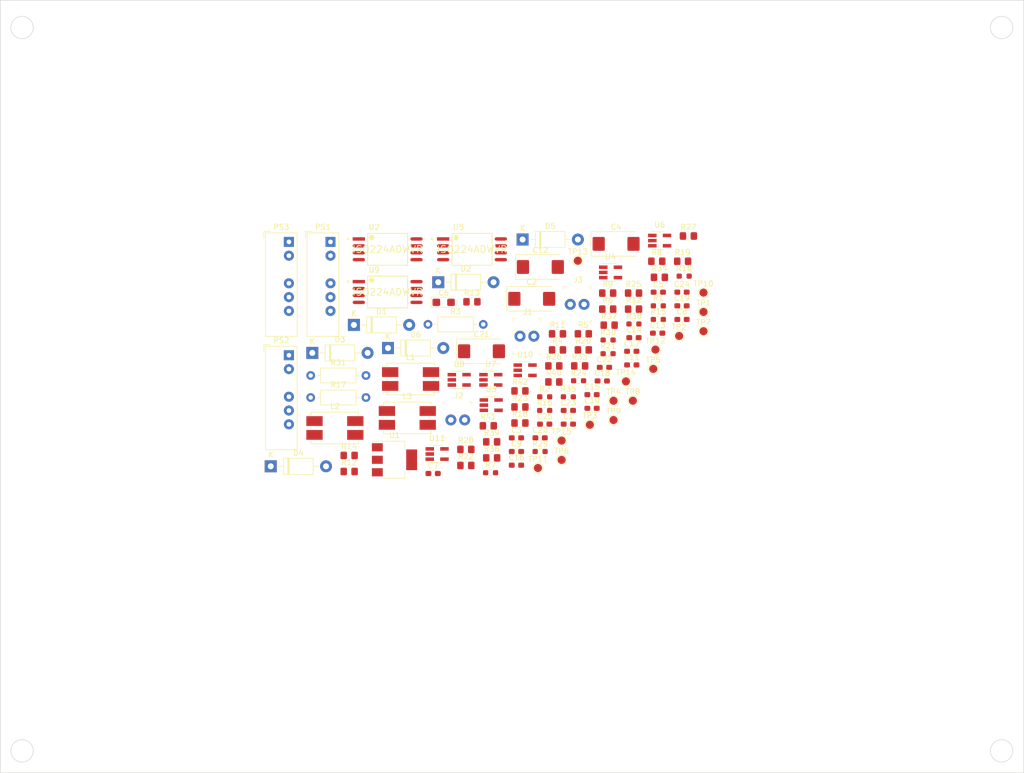
<source format=kicad_pcb>
(kicad_pcb (version 20171130) (host pcbnew 5.1.10-88a1d61d58~88~ubuntu20.04.1)
  (layers (0 F.Cu signal) (31 B.Cu signal) (34 B.Paste user) (35 F.Paste user) (36 B.SilkS user) (37 F.SilkS user) (38 B.Mask user) (39 F.Mask user) (44 Edge.Cuts user))
  (net 0 "")
  (net 1 GNDREF)
  (net 2 +24V)
  (net 3 "Net-(C3-Pad2)")
  (net 4 "Net-(C3-Pad1)")
  (net 5 +5V_Analog)
  (net 6 "Net-(C7-Pad1)")
  (net 7 "Net-(C8-Pad1)")
  (net 8 /ADC1_P)
  (net 9 "Net-(C11-Pad1)")
  (net 10 "Net-(C11-Pad2)")
  (net 11 "Net-(C14-Pad1)")
  (net 12 "Net-(C15-Pad1)")
  (net 13 /ADC2_P)
  (net 14 /Ref_1,65V)
  (net 15 "Net-(C20-Pad1)")
  (net 16 "Net-(C20-Pad2)")
  (net 17 "Net-(C23-Pad1)")
  (net 18 "Net-(C24-Pad1)")
  (net 19 /ADC3_P)
  (net 20 "Net-(D1-Pad1)")
  (net 21 "Net-(D3-Pad1)")
  (net 22 "Net-(D5-Pad1)")
  (net 23 "Net-(J1-Pad1)")
  (net 24 "Net-(J1-Pad2)")
  (net 25 "Net-(J2-Pad1)")
  (net 26 "Net-(J2-Pad2)")
  (net 27 "Net-(J3-Pad2)")
  (net 28 "Net-(J3-Pad1)")
  (net 29 "Net-(L1-Pad2)")
  (net 30 "Net-(L2-Pad2)")
  (net 31 "Net-(L3-Pad2)")
  (net 32 "Net-(PS1-Pad5)")
  (net 33 "Net-(PS2-Pad5)")
  (net 34 "Net-(PS3-Pad5)")
  (net 35 "Net-(R1-Pad1)")
  (net 36 "Net-(R1-Pad2)")
  (net 37 "Net-(R4-Pad2)")
  (net 38 "Net-(R5-Pad1)")
  (net 39 "Net-(R10-Pad1)")
  (net 40 "Net-(R6-Pad2)")
  (net 41 "Net-(R10-Pad2)")
  (net 42 "Net-(R8-Pad1)")
  (net 43 "Net-(R11-Pad1)")
  (net 44 "Net-(R12-Pad1)")
  (net 45 /A_CH1_FAULT)
  (net 46 "Net-(R15-Pad2)")
  (net 47 "Net-(R15-Pad1)")
  (net 48 "Net-(R18-Pad2)")
  (net 49 "Net-(R19-Pad1)")
  (net 50 "Net-(R20-Pad1)")
  (net 51 "Net-(R20-Pad2)")
  (net 52 "Net-(R21-Pad2)")
  (net 53 "Net-(R22-Pad1)")
  (net 54 "Net-(R25-Pad1)")
  (net 55 "Net-(R26-Pad1)")
  (net 56 /A_CH2_FAULT)
  (net 57 "Net-(R29-Pad1)")
  (net 58 "Net-(R29-Pad2)")
  (net 59 "Net-(R32-Pad2)")
  (net 60 "Net-(R33-Pad1)")
  (net 61 "Net-(R34-Pad2)")
  (net 62 "Net-(R34-Pad1)")
  (net 63 "Net-(R35-Pad2)")
  (net 64 "Net-(R36-Pad1)")
  (net 65 "Net-(R39-Pad1)")
  (net 66 "Net-(R40-Pad1)")
  (net 67 /A_CH3_FAULT)
  (net 68 "Net-(U8-Pad5)")
  (module Capacitor_SMD:C_0603_1608Metric_Pad1.08x0.95mm_HandSolder (layer F.Cu) (at 167.850401 128.719501)
    (fp_text reference C1 (at 0 -1.43) (layer F.SilkS))
    (fp_text value 1µF)
    (pad 2 smd roundrect (at 0.8625 0) (size 1.075 0.95) (layers F.Cu F.Paste F.Mask) (net 1 GNDREF))
    (pad 1 smd roundrect (at -0.8625 0) (size 1.075 0.95) (layers F.Cu F.Paste F.Mask) (net 2 +24V))
  )
  (module Capacitor_Tantalum_SMD:CP_EIA-7343-30_AVX-N_Pad2.25x2.55mm_HandSolder (layer F.Cu) (at 161.120401 105.679501)
    (fp_text reference C2 (at 0 -3.1) (layer F.SilkS))
    (fp_text value 10µFx35)
    (pad 2 smd roundrect (at 3.2 0) (size 2.25 2.55) (layers F.Cu F.Paste F.Mask) (roundrect_rratio 0.111111) (net 1 GNDREF))
    (pad 1 smd roundrect (at -3.2 0) (size 2.25 2.55) (layers F.Cu F.Paste F.Mask) (roundrect_rratio 0.111111) (net 2 +24V))
  )
  (module Capacitor_SMD:C_0603_1608Metric_Pad1.08x0.95mm_HandSolder (layer F.Cu) (at 158.310401 131.249501)
    (fp_text reference C3 (at 0 -1.43) (layer F.SilkS))
    (fp_text value 1µF)
    (pad 2 smd roundrect (at 0.8625 0) (size 1.075 0.95) (layers F.Cu F.Paste F.Mask) (net 3 "Net-(C3-Pad2)"))
    (pad 1 smd roundrect (at -0.8625 0) (size 1.075 0.95) (layers F.Cu F.Paste F.Mask) (net 4 "Net-(C3-Pad1)"))
  )
  (module Capacitor_Tantalum_SMD:CP_EIA-7343-30_AVX-N_Pad2.25x2.55mm_HandSolder (layer F.Cu) (at 176.620401 95.579501)
    (fp_text reference C4 (at 0 -3.1) (layer F.SilkS))
    (fp_text value 10µFx35)
    (pad 1 smd roundrect (at -3.2 0) (size 2.25 2.55) (layers F.Cu F.Paste F.Mask) (roundrect_rratio 0.111111) (net 4 "Net-(C3-Pad1)"))
    (pad 2 smd roundrect (at 3.2 0) (size 2.25 2.55) (layers F.Cu F.Paste F.Mask) (roundrect_rratio 0.111111) (net 3 "Net-(C3-Pad2)"))
  )
  (module Capacitor_SMD:C_0603_1608Metric_Pad1.08x0.95mm_HandSolder (layer F.Cu) (at 184.380401 104.459501)
    (fp_text reference C5 (at 0 -1.43) (layer F.SilkS))
    (fp_text value 1µF)
    (pad 2 smd roundrect (at 0.8625 0) (size 1.075 0.95) (layers F.Cu F.Paste F.Mask) (net 5 +5V_Analog))
    (pad 1 smd roundrect (at -0.8625 0) (size 1.075 0.95) (layers F.Cu F.Paste F.Mask) (net 1 GNDREF))
  )
  (module Capacitor_Tantalum_SMD:CP_EIA-3216-10_Kemet-I (layer F.Cu) (at 144.935401 106.329501)
    (fp_text reference C6 (at 0 -1.75) (layer F.SilkS))
    (fp_text value 10µFx16)
    (pad 1 smd roundrect (at -1.35 0) (size 1.4 1.35) (layers F.Cu F.Paste F.Mask) (roundrect_rratio 0.185185) (net 5 +5V_Analog))
    (pad 2 smd roundrect (at 1.35 0) (size 1.4 1.35) (layers F.Cu F.Paste F.Mask) (roundrect_rratio 0.185185) (net 1 GNDREF))
  )
  (module Capacitor_SMD:C_0603_1608Metric_Pad1.08x0.95mm_HandSolder (layer F.Cu) (at 143.000401 137.799501)
    (fp_text reference C7 (at 0 -1.43) (layer F.SilkS))
    (fp_text value 0.1µF)
    (pad 2 smd roundrect (at 0.8625 0) (size 1.075 0.95) (layers F.Cu F.Paste F.Mask) (net 3 "Net-(C3-Pad2)"))
    (pad 1 smd roundrect (at -0.8625 0) (size 1.075 0.95) (layers F.Cu F.Paste F.Mask) (net 6 "Net-(C7-Pad1)"))
  )
  (module Capacitor_SMD:C_0603_1608Metric_Pad1.08x0.95mm_HandSolder (layer F.Cu) (at 188.730401 109.479501)
    (fp_text reference C8 (at 0 -1.43) (layer F.SilkS))
    (fp_text value 0.22µF)
    (pad 2 smd roundrect (at 0.8625 0) (size 1.075 0.95) (layers F.Cu F.Paste F.Mask) (net 3 "Net-(C3-Pad2)"))
    (pad 1 smd roundrect (at -0.8625 0) (size 1.075 0.95) (layers F.Cu F.Paste F.Mask) (net 7 "Net-(C8-Pad1)"))
  )
  (module Capacitor_SMD:C_0603_1608Metric_Pad1.08x0.95mm_HandSolder (layer F.Cu) (at 158.310401 133.759501)
    (fp_text reference C9 (at 0 -1.43) (layer F.SilkS))
    (fp_text value 330pF)
    (pad 1 smd roundrect (at -0.8625 0) (size 1.075 0.95) (layers F.Cu F.Paste F.Mask) (net 8 /ADC1_P))
    (pad 2 smd roundrect (at 0.8625 0) (size 1.075 0.95) (layers F.Cu F.Paste F.Mask) (net 1 GNDREF))
  )
  (module Capacitor_SMD:C_0603_1608Metric_Pad1.08x0.95mm_HandSolder (layer F.Cu) (at 172.200401 125.809501)
    (fp_text reference C10 (at 0 -1.43) (layer F.SilkS))
    (fp_text value 1µF)
    (pad 2 smd roundrect (at 0.8625 0) (size 1.075 0.95) (layers F.Cu F.Paste F.Mask) (net 1 GNDREF))
    (pad 1 smd roundrect (at -0.8625 0) (size 1.075 0.95) (layers F.Cu F.Paste F.Mask) (net 2 +24V))
  )
  (module Capacitor_SMD:C_0603_1608Metric_Pad1.08x0.95mm_HandSolder (layer F.Cu) (at 179.500401 117.839501)
    (fp_text reference C11 (at 0 -1.43) (layer F.SilkS))
    (fp_text value 1µF)
    (pad 1 smd roundrect (at -0.8625 0) (size 1.075 0.95) (layers F.Cu F.Paste F.Mask) (net 9 "Net-(C11-Pad1)"))
    (pad 2 smd roundrect (at 0.8625 0) (size 1.075 0.95) (layers F.Cu F.Paste F.Mask) (net 10 "Net-(C11-Pad2)"))
  )
  (module Capacitor_Tantalum_SMD:CP_EIA-7343-30_AVX-N_Pad2.25x2.55mm_HandSolder (layer F.Cu) (at 162.710401 99.829501)
    (fp_text reference C12 (at 0 -3.1) (layer F.SilkS))
    (fp_text value 10µFx35)
    (pad 2 smd roundrect (at 3.2 0) (size 2.25 2.55) (layers F.Cu F.Paste F.Mask) (roundrect_rratio 0.111111) (net 10 "Net-(C11-Pad2)"))
    (pad 1 smd roundrect (at -3.2 0) (size 2.25 2.55) (layers F.Cu F.Paste F.Mask) (roundrect_rratio 0.111111) (net 9 "Net-(C11-Pad1)"))
  )
  (module Capacitor_SMD:C_0603_1608Metric_Pad1.08x0.95mm_HandSolder (layer F.Cu) (at 184.250401 111.989501)
    (fp_text reference C13 (at 0 -1.43) (layer F.SilkS))
    (fp_text value 1µF)
    (pad 2 smd roundrect (at 0.8625 0) (size 1.075 0.95) (layers F.Cu F.Paste F.Mask) (net 5 +5V_Analog))
    (pad 1 smd roundrect (at -0.8625 0) (size 1.075 0.95) (layers F.Cu F.Paste F.Mask) (net 1 GNDREF))
  )
  (module Capacitor_SMD:C_0603_1608Metric_Pad1.08x0.95mm_HandSolder (layer F.Cu) (at 179.900401 112.819501)
    (fp_text reference C14 (at 0 -1.43) (layer F.SilkS))
    (fp_text value 0.1µF)
    (pad 2 smd roundrect (at 0.8625 0) (size 1.075 0.95) (layers F.Cu F.Paste F.Mask) (net 10 "Net-(C11-Pad2)"))
    (pad 1 smd roundrect (at -0.8625 0) (size 1.075 0.95) (layers F.Cu F.Paste F.Mask) (net 11 "Net-(C14-Pad1)"))
  )
  (module Capacitor_SMD:C_0603_1608Metric_Pad1.08x0.95mm_HandSolder (layer F.Cu) (at 172.200401 123.299501)
    (fp_text reference C15 (at 0 -1.43) (layer F.SilkS))
    (fp_text value 0.22µF)
    (pad 1 smd roundrect (at -0.8625 0) (size 1.075 0.95) (layers F.Cu F.Paste F.Mask) (net 12 "Net-(C15-Pad1)"))
    (pad 2 smd roundrect (at 0.8625 0) (size 1.075 0.95) (layers F.Cu F.Paste F.Mask) (net 10 "Net-(C11-Pad2)"))
  )
  (module Capacitor_SMD:C_0603_1608Metric_Pad1.08x0.95mm_HandSolder (layer F.Cu) (at 158.310401 136.269501)
    (fp_text reference C16 (at 0 -1.43) (layer F.SilkS))
    (fp_text value 330pF)
    (pad 1 smd roundrect (at -0.8625 0) (size 1.075 0.95) (layers F.Cu F.Paste F.Mask) (net 13 /ADC2_P))
    (pad 2 smd roundrect (at 0.8625 0) (size 1.075 0.95) (layers F.Cu F.Paste F.Mask) (net 1 GNDREF))
  )
  (module Capacitor_SMD:C_0603_1608Metric_Pad1.08x0.95mm_HandSolder (layer F.Cu) (at 179.500401 115.329501)
    (fp_text reference C17 (at 0 -1.43) (layer F.SilkS))
    (fp_text value 1µF)
    (pad 1 smd roundrect (at -0.8625 0) (size 1.075 0.95) (layers F.Cu F.Paste F.Mask) (net 5 +5V_Analog))
    (pad 2 smd roundrect (at 0.8625 0) (size 1.075 0.95) (layers F.Cu F.Paste F.Mask) (net 1 GNDREF))
  )
  (module Capacitor_SMD:C_0603_1608Metric_Pad1.08x0.95mm_HandSolder (layer F.Cu) (at 174.080401 120.789501)
    (fp_text reference C18 (at 0 -1.43) (layer F.SilkS))
    (fp_text value 1µF)
    (pad 1 smd roundrect (at -0.8625 0) (size 1.075 0.95) (layers F.Cu F.Paste F.Mask) (net 14 /Ref_1,65V))
    (pad 2 smd roundrect (at 0.8625 0) (size 1.075 0.95) (layers F.Cu F.Paste F.Mask) (net 1 GNDREF))
  )
  (module Capacitor_SMD:C_0603_1608Metric_Pad1.08x0.95mm_HandSolder (layer F.Cu) (at 188.730401 106.969501)
    (fp_text reference C19 (at 0 -1.43) (layer F.SilkS))
    (fp_text value 1µF)
    (pad 2 smd roundrect (at 0.8625 0) (size 1.075 0.95) (layers F.Cu F.Paste F.Mask) (net 1 GNDREF))
    (pad 1 smd roundrect (at -0.8625 0) (size 1.075 0.95) (layers F.Cu F.Paste F.Mask) (net 2 +24V))
  )
  (module Capacitor_SMD:C_0603_1608Metric_Pad1.08x0.95mm_HandSolder (layer F.Cu) (at 162.660401 131.249501)
    (fp_text reference C20 (at 0 -1.43) (layer F.SilkS))
    (fp_text value 1µF)
    (pad 1 smd roundrect (at -0.8625 0) (size 1.075 0.95) (layers F.Cu F.Paste F.Mask) (net 15 "Net-(C20-Pad1)"))
    (pad 2 smd roundrect (at 0.8625 0) (size 1.075 0.95) (layers F.Cu F.Paste F.Mask) (net 16 "Net-(C20-Pad2)"))
  )
  (module Capacitor_Tantalum_SMD:CP_EIA-7343-30_AVX-N_Pad2.25x2.55mm_HandSolder (layer F.Cu) (at 151.890401 115.329501)
    (fp_text reference C21 (at 0 -3.1) (layer F.SilkS))
    (fp_text value 10µFx35)
    (pad 1 smd roundrect (at -3.2 0) (size 2.25 2.55) (layers F.Cu F.Paste F.Mask) (roundrect_rratio 0.111111) (net 15 "Net-(C20-Pad1)"))
    (pad 2 smd roundrect (at 3.2 0) (size 2.25 2.55) (layers F.Cu F.Paste F.Mask) (roundrect_rratio 0.111111) (net 16 "Net-(C20-Pad2)"))
  )
  (module Capacitor_SMD:C_0603_1608Metric_Pad1.08x0.95mm_HandSolder (layer F.Cu) (at 174.480401 118.279501)
    (fp_text reference C22 (at 0 -1.43) (layer F.SilkS))
    (fp_text value 1µF)
    (pad 1 smd roundrect (at -0.8625 0) (size 1.075 0.95) (layers F.Cu F.Paste F.Mask) (net 1 GNDREF))
    (pad 2 smd roundrect (at 0.8625 0) (size 1.075 0.95) (layers F.Cu F.Paste F.Mask) (net 5 +5V_Analog))
  )
  (module Capacitor_SMD:C_0603_1608Metric_Pad1.08x0.95mm_HandSolder (layer F.Cu) (at 167.850401 126.209501)
    (fp_text reference C23 (at 0 -1.43) (layer F.SilkS))
    (fp_text value 0.1µF)
    (pad 1 smd roundrect (at -0.8625 0) (size 1.075 0.95) (layers F.Cu F.Paste F.Mask) (net 17 "Net-(C23-Pad1)"))
    (pad 2 smd roundrect (at 0.8625 0) (size 1.075 0.95) (layers F.Cu F.Paste F.Mask) (net 16 "Net-(C20-Pad2)"))
  )
  (module Capacitor_SMD:C_0603_1608Metric_Pad1.08x0.95mm_HandSolder (layer F.Cu) (at 188.730401 104.459501)
    (fp_text reference C24 (at 0 -1.43) (layer F.SilkS))
    (fp_text value 0.22µF)
    (pad 1 smd roundrect (at -0.8625 0) (size 1.075 0.95) (layers F.Cu F.Paste F.Mask) (net 18 "Net-(C24-Pad1)"))
    (pad 2 smd roundrect (at 0.8625 0) (size 1.075 0.95) (layers F.Cu F.Paste F.Mask) (net 16 "Net-(C20-Pad2)"))
  )
  (module Capacitor_SMD:C_0603_1608Metric_Pad1.08x0.95mm_HandSolder (layer F.Cu) (at 163.500401 128.719501)
    (fp_text reference C25 (at 0 -1.43) (layer F.SilkS))
    (fp_text value 330pF)
    (pad 2 smd roundrect (at 0.8625 0) (size 1.075 0.95) (layers F.Cu F.Paste F.Mask) (net 1 GNDREF))
    (pad 1 smd roundrect (at -0.8625 0) (size 1.075 0.95) (layers F.Cu F.Paste F.Mask) (net 19 /ADC3_P))
  )
  (module Diode_THT:D_DO-41_SOD81_P10.16mm_Horizontal (layer F.Cu) (at 128.440401 110.479501)
    (fp_text reference D1 (at 5.08 -2.47) (layer F.SilkS))
    (fp_text value 1N4743A)
    (fp_text user K (at 0 -2.1) (layer F.SilkS))
    (pad 2 thru_hole oval (at 10.16 0) (size 2.2 2.2) (drill 1.1) (layers *.Cu *.Mask) (net 6 "Net-(C7-Pad1)"))
    (pad 1 thru_hole rect (at 0 0) (size 2.2 2.2) (drill 1.1) (layers *.Cu *.Mask) (net 20 "Net-(D1-Pad1)"))
  )
  (module Diode_THT:D_DO-41_SOD81_P10.16mm_Horizontal (layer F.Cu) (at 143.940401 102.629501)
    (fp_text reference D2 (at 5.08 -2.47) (layer F.SilkS))
    (fp_text value 1N4743A)
    (fp_text user K (at 0 -2.1) (layer F.SilkS))
    (pad 2 thru_hole oval (at 10.16 0) (size 2.2 2.2) (drill 1.1) (layers *.Cu *.Mask) (net 3 "Net-(C3-Pad2)"))
    (pad 1 thru_hole rect (at 0 0) (size 2.2 2.2) (drill 1.1) (layers *.Cu *.Mask) (net 20 "Net-(D1-Pad1)"))
  )
  (module Diode_THT:D_DO-41_SOD81_P10.16mm_Horizontal (layer F.Cu) (at 120.800401 115.629501)
    (fp_text reference D3 (at 5.08 -2.47) (layer F.SilkS))
    (fp_text value 1N4743A)
    (fp_text user K (at 0 -2.1) (layer F.SilkS))
    (pad 1 thru_hole rect (at 0 0) (size 2.2 2.2) (drill 1.1) (layers *.Cu *.Mask) (net 21 "Net-(D3-Pad1)"))
    (pad 2 thru_hole oval (at 10.16 0) (size 2.2 2.2) (drill 1.1) (layers *.Cu *.Mask) (net 11 "Net-(C14-Pad1)"))
  )
  (module Diode_THT:D_DO-41_SOD81_P10.16mm_Horizontal (layer F.Cu) (at 113.160401 136.479501)
    (fp_text reference D4 (at 5.08 -2.47) (layer F.SilkS))
    (fp_text value 1N4743A)
    (fp_text user K (at 0 -2.1) (layer F.SilkS))
    (pad 1 thru_hole rect (at 0 0) (size 2.2 2.2) (drill 1.1) (layers *.Cu *.Mask) (net 21 "Net-(D3-Pad1)"))
    (pad 2 thru_hole oval (at 10.16 0) (size 2.2 2.2) (drill 1.1) (layers *.Cu *.Mask) (net 10 "Net-(C11-Pad2)"))
  )
  (module Diode_THT:D_DO-41_SOD81_P10.16mm_Horizontal (layer F.Cu) (at 159.440401 94.779501)
    (fp_text reference D5 (at 5.08 -2.47) (layer F.SilkS))
    (fp_text value 1N4743A)
    (fp_text user K (at 0 -2.1) (layer F.SilkS))
    (pad 2 thru_hole oval (at 10.16 0) (size 2.2 2.2) (drill 1.1) (layers *.Cu *.Mask) (net 17 "Net-(C23-Pad1)"))
    (pad 1 thru_hole rect (at 0 0) (size 2.2 2.2) (drill 1.1) (layers *.Cu *.Mask) (net 22 "Net-(D5-Pad1)"))
  )
  (module Diode_THT:D_DO-41_SOD81_P10.16mm_Horizontal (layer F.Cu) (at 134.710401 114.729501)
    (fp_text reference D6 (at 5.08 -2.47) (layer F.SilkS))
    (fp_text value 1N4743A)
    (fp_text user K (at 0 -2.1) (layer F.SilkS))
    (pad 1 thru_hole rect (at 0 0) (size 2.2 2.2) (drill 1.1) (layers *.Cu *.Mask) (net 22 "Net-(D5-Pad1)"))
    (pad 2 thru_hole oval (at 10.16 0) (size 2.2 2.2) (drill 1.1) (layers *.Cu *.Mask) (net 16 "Net-(C20-Pad2)"))
  )
  (module digikey-footprints:PinHeader_1x2_P2.54mm_Drill1.02mm (layer F.Cu) (at 158.970401 112.549501)
    (fp_text reference J1 (at 1.45 -4.48) (layer F.SilkS))
    (fp_text value 22-23-2021)
    (pad 1 thru_hole circle (at 0 0) (size 2.02 2.02) (drill 1.02) (layers *.Cu *.Mask) (net 23 "Net-(J1-Pad1)"))
    (pad 2 thru_hole circle (at 2.54 0) (size 2.02 2.02) (drill 1.02) (layers *.Cu *.Mask) (net 24 "Net-(J1-Pad2)"))
  )
  (module digikey-footprints:PinHeader_1x2_P2.54mm_Drill1.02mm (layer F.Cu) (at 146.260401 127.949501)
    (fp_text reference J2 (at 1.45 -4.48) (layer F.SilkS))
    (fp_text value 22-23-2021)
    (pad 1 thru_hole circle (at 0 0) (size 2.02 2.02) (drill 1.02) (layers *.Cu *.Mask) (net 25 "Net-(J2-Pad1)"))
    (pad 2 thru_hole circle (at 2.54 0) (size 2.02 2.02) (drill 1.02) (layers *.Cu *.Mask) (net 26 "Net-(J2-Pad2)"))
  )
  (module digikey-footprints:PinHeader_1x2_P2.54mm_Drill1.02mm (layer F.Cu) (at 168.200401 106.699501)
    (fp_text reference J3 (at 1.45 -4.48) (layer F.SilkS))
    (fp_text value 22-23-2021)
    (pad 2 thru_hole circle (at 2.54 0) (size 2.02 2.02) (drill 1.02) (layers *.Cu *.Mask) (net 27 "Net-(J3-Pad2)"))
    (pad 1 thru_hole circle (at 0 0) (size 2.02 2.02) (drill 1.02) (layers *.Cu *.Mask) (net 28 "Net-(J3-Pad1)"))
  )
  (module SVIELCOM:B82790C0225N265 (layer F.Cu) (at 138.860401 120.429501)
    (fp_text reference L1 (at 0 -4) (layer F.SilkS))
    (fp_text value B82790C0225N265)
    (pad 1 smd rect (at -3.75 -1.27) (size 3 1.8) (layers F.Cu F.Paste F.Mask) (net 23 "Net-(J1-Pad1)"))
    (pad 3 smd rect (at -3.75 1.27) (size 3 1.8) (layers F.Cu F.Paste F.Mask) (net 24 "Net-(J1-Pad2)"))
    (pad 4 smd rect (at 3.75 1.27) (size 3 1.8) (layers F.Cu F.Paste F.Mask) (net 3 "Net-(C3-Pad2)"))
    (pad 2 smd rect (at 3.75 -1.27) (size 3 1.8) (layers F.Cu F.Paste F.Mask) (net 29 "Net-(L1-Pad2)"))
  )
  (module SVIELCOM:B82790C0225N265 (layer F.Cu) (at 124.950401 129.429501)
    (fp_text reference L2 (at 0 -4) (layer F.SilkS))
    (fp_text value B82790C0225N265)
    (pad 1 smd rect (at -3.75 -1.27) (size 3 1.8) (layers F.Cu F.Paste F.Mask) (net 25 "Net-(J2-Pad1)"))
    (pad 3 smd rect (at -3.75 1.27) (size 3 1.8) (layers F.Cu F.Paste F.Mask) (net 26 "Net-(J2-Pad2)"))
    (pad 4 smd rect (at 3.75 1.27) (size 3 1.8) (layers F.Cu F.Paste F.Mask) (net 10 "Net-(C11-Pad2)"))
    (pad 2 smd rect (at 3.75 -1.27) (size 3 1.8) (layers F.Cu F.Paste F.Mask) (net 30 "Net-(L2-Pad2)"))
  )
  (module SVIELCOM:B82790C0225N265 (layer F.Cu) (at 138.260401 127.579501)
    (fp_text reference L3 (at 0 -4) (layer F.SilkS))
    (fp_text value B82790C0225N265)
    (pad 2 smd rect (at 3.75 -1.27) (size 3 1.8) (layers F.Cu F.Paste F.Mask) (net 31 "Net-(L3-Pad2)"))
    (pad 4 smd rect (at 3.75 1.27) (size 3 1.8) (layers F.Cu F.Paste F.Mask) (net 16 "Net-(C20-Pad2)"))
    (pad 3 smd rect (at -3.75 1.27) (size 3 1.8) (layers F.Cu F.Paste F.Mask) (net 27 "Net-(J3-Pad2)"))
    (pad 1 smd rect (at -3.75 -1.27) (size 3 1.8) (layers F.Cu F.Paste F.Mask) (net 28 "Net-(J3-Pad1)"))
  )
  (module Converter_DCDC:Converter_DCDC_XP_POWER-IAxxxxS_THT (layer F.Cu) (at 124.140401 95.209501)
    (fp_text reference PS1 (at -1.39 -2.73) (layer F.SilkS))
    (fp_text value TMH2415S)
    (pad 1 thru_hole rect (at 0 0) (size 1.85 1.85) (drill 0.85) (layers *.Cu *.Mask) (net 2 +24V))
    (pad 2 thru_hole circle (at 0 2.54) (size 1.85 1.85) (drill 0.85) (layers *.Cu *.Mask) (net 1 GNDREF))
    (pad 4 thru_hole circle (at 0 7.62) (size 1.85 1.85) (drill 0.85) (layers *.Cu *.Mask) (net 3 "Net-(C3-Pad2)"))
    (pad 5 thru_hole circle (at 0 10.16) (size 1.85 1.85) (drill 0.85) (layers *.Cu *.Mask) (net 32 "Net-(PS1-Pad5)"))
    (pad 6 thru_hole circle (at 0 12.7) (size 1.85 1.85) (drill 0.85) (layers *.Cu *.Mask) (net 4 "Net-(C3-Pad1)"))
  )
  (module Converter_DCDC:Converter_DCDC_XP_POWER-IAxxxxS_THT (layer F.Cu) (at 116.500401 116.059501)
    (fp_text reference PS2 (at -1.39 -2.73) (layer F.SilkS))
    (fp_text value TMH2415S)
    (pad 6 thru_hole circle (at 0 12.7) (size 1.85 1.85) (drill 0.85) (layers *.Cu *.Mask) (net 9 "Net-(C11-Pad1)"))
    (pad 5 thru_hole circle (at 0 10.16) (size 1.85 1.85) (drill 0.85) (layers *.Cu *.Mask) (net 33 "Net-(PS2-Pad5)"))
    (pad 4 thru_hole circle (at 0 7.62) (size 1.85 1.85) (drill 0.85) (layers *.Cu *.Mask) (net 10 "Net-(C11-Pad2)"))
    (pad 2 thru_hole circle (at 0 2.54) (size 1.85 1.85) (drill 0.85) (layers *.Cu *.Mask) (net 1 GNDREF))
    (pad 1 thru_hole rect (at 0 0) (size 1.85 1.85) (drill 0.85) (layers *.Cu *.Mask) (net 2 +24V))
  )
  (module Converter_DCDC:Converter_DCDC_XP_POWER-IAxxxxS_THT (layer F.Cu) (at 116.500401 95.209501)
    (fp_text reference PS3 (at -1.39 -2.73) (layer F.SilkS))
    (fp_text value TMH2415S)
    (pad 1 thru_hole rect (at 0 0) (size 1.85 1.85) (drill 0.85) (layers *.Cu *.Mask) (net 2 +24V))
    (pad 2 thru_hole circle (at 0 2.54) (size 1.85 1.85) (drill 0.85) (layers *.Cu *.Mask) (net 1 GNDREF))
    (pad 4 thru_hole circle (at 0 7.62) (size 1.85 1.85) (drill 0.85) (layers *.Cu *.Mask) (net 16 "Net-(C20-Pad2)"))
    (pad 5 thru_hole circle (at 0 10.16) (size 1.85 1.85) (drill 0.85) (layers *.Cu *.Mask) (net 34 "Net-(PS3-Pad5)"))
    (pad 6 thru_hole circle (at 0 12.7) (size 1.85 1.85) (drill 0.85) (layers *.Cu *.Mask) (net 15 "Net-(C20-Pad1)"))
  )
  (module Resistor_SMD:R_0603_1608Metric_Pad0.98x0.95mm_HandSolder (layer F.Cu) (at 184.380401 106.969501)
    (fp_text reference R1 (at 0 -1.43) (layer F.SilkS))
    (fp_text value 3.3K)
    (pad 1 smd roundrect (at -0.9125 0) (size 0.975 0.95) (layers F.Cu F.Paste F.Mask) (net 35 "Net-(R1-Pad1)"))
    (pad 2 smd roundrect (at 0.9125 0) (size 0.975 0.95) (layers F.Cu F.Paste F.Mask) (net 36 "Net-(R1-Pad2)"))
  )
  (module Resistor_SMD:R_0603_1608Metric_Pad0.98x0.95mm_HandSolder (layer F.Cu) (at 163.500401 123.699501)
    (fp_text reference R2 (at 0 -1.43) (layer F.SilkS))
    (fp_text value 825)
    (pad 1 smd roundrect (at -0.9125 0) (size 0.975 0.95) (layers F.Cu F.Paste F.Mask) (net 36 "Net-(R1-Pad2)"))
    (pad 2 smd roundrect (at 0.9125 0) (size 0.975 0.95) (layers F.Cu F.Paste F.Mask) (net 14 /Ref_1,65V))
  )
  (module Resistor_THT:R_Axial_DIN0207_L6.3mm_D2.5mm_P10.16mm_Horizontal (layer F.Cu) (at 142.050401 110.379501)
    (fp_text reference R3 (at 5.08 -2.37) (layer F.SilkS))
    (fp_text value 1K)
    (pad 1 thru_hole circle (at 0 0) (size 1.6 1.6) (drill 0.8) (layers *.Cu *.Mask) (net 6 "Net-(C7-Pad1)"))
    (pad 2 thru_hole oval (at 10.16 0) (size 1.6 1.6) (drill 0.8) (layers *.Cu *.Mask) (net 29 "Net-(L1-Pad2)"))
  )
  (module Resistor_SMD:R_0805_2012Metric_Pad1.20x1.40mm_HandSolder (layer F.Cu) (at 165.850401 115.069501)
    (fp_text reference R4 (at 0 -1.65) (layer F.SilkS))
    (fp_text value 10K)
    (pad 1 smd roundrect (at -1 0) (size 1.2 1.4) (layers F.Cu F.Paste F.Mask) (roundrect_rratio 0.208333) (net 35 "Net-(R1-Pad1)"))
    (pad 2 smd roundrect (at 1 0) (size 1.2 1.4) (layers F.Cu F.Paste F.Mask) (roundrect_rratio 0.208333) (net 37 "Net-(R4-Pad2)"))
  )
  (module Resistor_SMD:R_0805_2012Metric_Pad1.20x1.40mm_HandSolder (layer F.Cu) (at 170.600401 112.119501)
    (fp_text reference R5 (at 0 -1.65) (layer F.SilkS))
    (fp_text value 1.1K)
    (pad 2 smd roundrect (at 1 0) (size 1.2 1.4) (layers F.Cu F.Paste F.Mask) (roundrect_rratio 0.208333) (net 8 /ADC1_P))
    (pad 1 smd roundrect (at -1 0) (size 1.2 1.4) (layers F.Cu F.Paste F.Mask) (roundrect_rratio 0.208333) (net 38 "Net-(R5-Pad1)"))
  )
  (module Resistor_SMD:R_0805_2012Metric_Pad1.20x1.40mm_HandSolder (layer F.Cu) (at 175.080401 107.579501)
    (fp_text reference R6 (at 0 -1.65) (layer F.SilkS))
    (fp_text value 10K)
    (pad 1 smd roundrect (at -1 0) (size 1.2 1.4) (layers F.Cu F.Paste F.Mask) (roundrect_rratio 0.208333) (net 39 "Net-(R10-Pad1)"))
    (pad 2 smd roundrect (at 1 0) (size 1.2 1.4) (layers F.Cu F.Paste F.Mask) (roundrect_rratio 0.208333) (net 40 "Net-(R6-Pad2)"))
  )
  (module Resistor_SMD:R_0603_1608Metric_Pad0.98x0.95mm_HandSolder (layer F.Cu) (at 153.560401 137.659501)
    (fp_text reference R7 (at 0 -1.43) (layer F.SilkS))
    (fp_text value 825)
    (pad 2 smd roundrect (at 0.9125 0) (size 0.975 0.95) (layers F.Cu F.Paste F.Mask) (net 41 "Net-(R10-Pad2)"))
    (pad 1 smd roundrect (at -0.9125 0) (size 0.975 0.95) (layers F.Cu F.Paste F.Mask) (net 38 "Net-(R5-Pad1)"))
  )
  (module Resistor_SMD:R_0805_2012Metric_Pad1.20x1.40mm_HandSolder (layer F.Cu) (at 184.100401 98.779501)
    (fp_text reference R8 (at 0 -1.65) (layer F.SilkS))
    (fp_text value 10K)
    (pad 1 smd roundrect (at -1 0) (size 1.2 1.4) (layers F.Cu F.Paste F.Mask) (roundrect_rratio 0.208333) (net 42 "Net-(R8-Pad1)"))
    (pad 2 smd roundrect (at 1 0) (size 1.2 1.4) (layers F.Cu F.Paste F.Mask) (roundrect_rratio 0.208333) (net 35 "Net-(R1-Pad1)"))
  )
  (module Resistor_SMD:R_0805_2012Metric_Pad1.20x1.40mm_HandSolder (layer F.Cu) (at 175.080401 104.629501)
    (fp_text reference R9 (at 0 -1.65) (layer F.SilkS))
    (fp_text value 10K)
    (pad 2 smd roundrect (at 1 0) (size 1.2 1.4) (layers F.Cu F.Paste F.Mask) (roundrect_rratio 0.208333) (net 39 "Net-(R10-Pad1)"))
    (pad 1 smd roundrect (at -1 0) (size 1.2 1.4) (layers F.Cu F.Paste F.Mask) (roundrect_rratio 0.208333) (net 42 "Net-(R8-Pad1)"))
  )
  (module Resistor_SMD:R_0603_1608Metric_Pad0.98x0.95mm_HandSolder (layer F.Cu) (at 189.130401 101.509501)
    (fp_text reference R10 (at 0 -1.43) (layer F.SilkS))
    (fp_text value 3.3K)
    (pad 2 smd roundrect (at 0.9125 0) (size 0.975 0.95) (layers F.Cu F.Paste F.Mask) (net 41 "Net-(R10-Pad2)"))
    (pad 1 smd roundrect (at -0.9125 0) (size 0.975 0.95) (layers F.Cu F.Paste F.Mask) (net 39 "Net-(R10-Pad1)"))
  )
  (module Resistor_SMD:R_0805_2012Metric_Pad1.20x1.40mm_HandSolder (layer F.Cu) (at 165.850401 112.119501)
    (fp_text reference R11 (at 0 -1.65) (layer F.SilkS))
    (fp_text value 2K)
    (pad 1 smd roundrect (at -1 0) (size 1.2 1.4) (layers F.Cu F.Paste F.Mask) (roundrect_rratio 0.208333) (net 43 "Net-(R11-Pad1)"))
    (pad 2 smd roundrect (at 1 0) (size 1.2 1.4) (layers F.Cu F.Paste F.Mask) (roundrect_rratio 0.208333) (net 5 +5V_Analog))
  )
  (module Resistor_SMD:R_0805_2012Metric_Pad1.20x1.40mm_HandSolder (layer F.Cu) (at 127.570401 137.429501)
    (fp_text reference R12 (at 0 -1.65) (layer F.SilkS))
    (fp_text value 1K)
    (pad 1 smd roundrect (at -1 0) (size 1.2 1.4) (layers F.Cu F.Paste F.Mask) (roundrect_rratio 0.208333) (net 44 "Net-(R12-Pad1)"))
    (pad 2 smd roundrect (at 1 0) (size 1.2 1.4) (layers F.Cu F.Paste F.Mask) (roundrect_rratio 0.208333) (net 45 /A_CH1_FAULT))
  )
  (module Resistor_SMD:R_0805_2012Metric_Pad1.20x1.40mm_HandSolder (layer F.Cu) (at 150.130401 106.229501)
    (fp_text reference R13 (at 0 -1.65) (layer F.SilkS))
    (fp_text value 1K)
    (pad 2 smd roundrect (at 1 0) (size 1.2 1.4) (layers F.Cu F.Paste F.Mask) (roundrect_rratio 0.208333) (net 45 /A_CH1_FAULT))
    (pad 1 smd roundrect (at -1 0) (size 1.2 1.4) (layers F.Cu F.Paste F.Mask) (roundrect_rratio 0.208333) (net 1 GNDREF))
  )
  (module Resistor_SMD:R_0805_2012Metric_Pad1.20x1.40mm_HandSolder (layer F.Cu) (at 127.570401 134.479501)
    (fp_text reference R14 (at 0 -1.65) (layer F.SilkS))
    (fp_text value 1K)
    (pad 2 smd roundrect (at 1 0) (size 1.2 1.4) (layers F.Cu F.Paste F.Mask) (roundrect_rratio 0.208333) (net 43 "Net-(R11-Pad1)"))
    (pad 1 smd roundrect (at -1 0) (size 1.2 1.4) (layers F.Cu F.Paste F.Mask) (roundrect_rratio 0.208333) (net 1 GNDREF))
  )
  (module Resistor_SMD:R_0603_1608Metric_Pad0.98x0.95mm_HandSolder (layer F.Cu) (at 184.380401 109.479501)
    (fp_text reference R15 (at 0 -1.43) (layer F.SilkS))
    (fp_text value 3.3K)
    (pad 2 smd roundrect (at 0.9125 0) (size 0.975 0.95) (layers F.Cu F.Paste F.Mask) (net 46 "Net-(R15-Pad2)"))
    (pad 1 smd roundrect (at -0.9125 0) (size 0.975 0.95) (layers F.Cu F.Paste F.Mask) (net 47 "Net-(R15-Pad1)"))
  )
  (module Resistor_SMD:R_0603_1608Metric_Pad0.98x0.95mm_HandSolder (layer F.Cu) (at 163.500401 126.209501)
    (fp_text reference R16 (at 0 -1.43) (layer F.SilkS))
    (fp_text value 825)
    (pad 2 smd roundrect (at 0.9125 0) (size 0.975 0.95) (layers F.Cu F.Paste F.Mask) (net 14 /Ref_1,65V))
    (pad 1 smd roundrect (at -0.9125 0) (size 0.975 0.95) (layers F.Cu F.Paste F.Mask) (net 46 "Net-(R15-Pad2)"))
  )
  (module Resistor_THT:R_Axial_DIN0207_L6.3mm_D2.5mm_P10.16mm_Horizontal (layer F.Cu) (at 120.500401 123.829501)
    (fp_text reference R17 (at 5.08 -2.37) (layer F.SilkS))
    (fp_text value 1K)
    (pad 2 thru_hole oval (at 10.16 0) (size 1.6 1.6) (drill 0.8) (layers *.Cu *.Mask) (net 30 "Net-(L2-Pad2)"))
    (pad 1 thru_hole circle (at 0 0) (size 1.6 1.6) (drill 0.8) (layers *.Cu *.Mask) (net 11 "Net-(C14-Pad1)"))
  )
  (module Resistor_SMD:R_0805_2012Metric_Pad1.20x1.40mm_HandSolder (layer F.Cu) (at 158.950401 128.519501)
    (fp_text reference R18 (at 0 -1.65) (layer F.SilkS))
    (fp_text value 10K)
    (pad 2 smd roundrect (at 1 0) (size 1.2 1.4) (layers F.Cu F.Paste F.Mask) (roundrect_rratio 0.208333) (net 48 "Net-(R18-Pad2)"))
    (pad 1 smd roundrect (at -1 0) (size 1.2 1.4) (layers F.Cu F.Paste F.Mask) (roundrect_rratio 0.208333) (net 47 "Net-(R15-Pad1)"))
  )
  (module Resistor_SMD:R_0805_2012Metric_Pad1.20x1.40mm_HandSolder (layer F.Cu) (at 188.850401 98.779501)
    (fp_text reference R19 (at 0 -1.65) (layer F.SilkS))
    (fp_text value 1.1K)
    (pad 2 smd roundrect (at 1 0) (size 1.2 1.4) (layers F.Cu F.Paste F.Mask) (roundrect_rratio 0.208333) (net 13 /ADC2_P))
    (pad 1 smd roundrect (at -1 0) (size 1.2 1.4) (layers F.Cu F.Paste F.Mask) (roundrect_rratio 0.208333) (net 49 "Net-(R19-Pad1)"))
  )
  (module Resistor_SMD:R_0805_2012Metric_Pad1.20x1.40mm_HandSolder (layer F.Cu) (at 170.600401 115.069501)
    (fp_text reference R20 (at 0 -1.65) (layer F.SilkS))
    (fp_text value 10K)
    (pad 1 smd roundrect (at -1 0) (size 1.2 1.4) (layers F.Cu F.Paste F.Mask) (roundrect_rratio 0.208333) (net 50 "Net-(R20-Pad1)"))
    (pad 2 smd roundrect (at 1 0) (size 1.2 1.4) (layers F.Cu F.Paste F.Mask) (roundrect_rratio 0.208333) (net 51 "Net-(R20-Pad2)"))
  )
  (module Resistor_SMD:R_0603_1608Metric_Pad0.98x0.95mm_HandSolder (layer F.Cu) (at 175.150401 115.769501)
    (fp_text reference R21 (at 0 -1.43) (layer F.SilkS))
    (fp_text value 825)
    (pad 1 smd roundrect (at -0.9125 0) (size 0.975 0.95) (layers F.Cu F.Paste F.Mask) (net 49 "Net-(R19-Pad1)"))
    (pad 2 smd roundrect (at 0.9125 0) (size 0.975 0.95) (layers F.Cu F.Paste F.Mask) (net 52 "Net-(R21-Pad2)"))
  )
  (module Resistor_SMD:R_0805_2012Metric_Pad1.20x1.40mm_HandSolder (layer F.Cu) (at 149.010401 136.319501)
    (fp_text reference R22 (at 0 -1.65) (layer F.SilkS))
    (fp_text value 10K)
    (pad 2 smd roundrect (at 1 0) (size 1.2 1.4) (layers F.Cu F.Paste F.Mask) (roundrect_rratio 0.208333) (net 47 "Net-(R15-Pad1)"))
    (pad 1 smd roundrect (at -1 0) (size 1.2 1.4) (layers F.Cu F.Paste F.Mask) (roundrect_rratio 0.208333) (net 53 "Net-(R22-Pad1)"))
  )
  (module Resistor_SMD:R_0805_2012Metric_Pad1.20x1.40mm_HandSolder (layer F.Cu) (at 158.950401 125.569501)
    (fp_text reference R23 (at 0 -1.65) (layer F.SilkS))
    (fp_text value 10K)
    (pad 1 smd roundrect (at -1 0) (size 1.2 1.4) (layers F.Cu F.Paste F.Mask) (roundrect_rratio 0.208333) (net 53 "Net-(R22-Pad1)"))
    (pad 2 smd roundrect (at 1 0) (size 1.2 1.4) (layers F.Cu F.Paste F.Mask) (roundrect_rratio 0.208333) (net 50 "Net-(R20-Pad1)"))
  )
  (module Resistor_SMD:R_0603_1608Metric_Pad0.98x0.95mm_HandSolder (layer F.Cu) (at 169.730401 120.749501)
    (fp_text reference R24 (at 0 -1.43) (layer F.SilkS))
    (fp_text value 3.3K)
    (pad 1 smd roundrect (at -0.9125 0) (size 0.975 0.95) (layers F.Cu F.Paste F.Mask) (net 50 "Net-(R20-Pad1)"))
    (pad 2 smd roundrect (at 0.9125 0) (size 0.975 0.95) (layers F.Cu F.Paste F.Mask) (net 52 "Net-(R21-Pad2)"))
  )
  (module Resistor_SMD:R_0805_2012Metric_Pad1.20x1.40mm_HandSolder (layer F.Cu) (at 179.830401 104.629501)
    (fp_text reference R25 (at 0 -1.65) (layer F.SilkS))
    (fp_text value 2K)
    (pad 2 smd roundrect (at 1 0) (size 1.2 1.4) (layers F.Cu F.Paste F.Mask) (roundrect_rratio 0.208333) (net 5 +5V_Analog))
    (pad 1 smd roundrect (at -1 0) (size 1.2 1.4) (layers F.Cu F.Paste F.Mask) (roundrect_rratio 0.208333) (net 54 "Net-(R25-Pad1)"))
  )
  (module Resistor_SMD:R_0805_2012Metric_Pad1.20x1.40mm_HandSolder (layer F.Cu) (at 165.180401 118.019501)
    (fp_text reference R26 (at 0 -1.65) (layer F.SilkS))
    (fp_text value 1K)
    (pad 1 smd roundrect (at -1 0) (size 1.2 1.4) (layers F.Cu F.Paste F.Mask) (roundrect_rratio 0.208333) (net 55 "Net-(R26-Pad1)"))
    (pad 2 smd roundrect (at 1 0) (size 1.2 1.4) (layers F.Cu F.Paste F.Mask) (roundrect_rratio 0.208333) (net 56 /A_CH2_FAULT))
  )
  (module Resistor_SMD:R_0805_2012Metric_Pad1.20x1.40mm_HandSolder (layer F.Cu) (at 189.910401 94.129501)
    (fp_text reference R27 (at 0 -1.65) (layer F.SilkS))
    (fp_text value 1K)
    (pad 2 smd roundrect (at 1 0) (size 1.2 1.4) (layers F.Cu F.Paste F.Mask) (roundrect_rratio 0.208333) (net 56 /A_CH2_FAULT))
    (pad 1 smd roundrect (at -1 0) (size 1.2 1.4) (layers F.Cu F.Paste F.Mask) (roundrect_rratio 0.208333) (net 1 GNDREF))
  )
  (module Resistor_SMD:R_0805_2012Metric_Pad1.20x1.40mm_HandSolder (layer F.Cu) (at 149.010401 133.369501)
    (fp_text reference R28 (at 0 -1.65) (layer F.SilkS))
    (fp_text value 1K)
    (pad 1 smd roundrect (at -1 0) (size 1.2 1.4) (layers F.Cu F.Paste F.Mask) (roundrect_rratio 0.208333) (net 1 GNDREF))
    (pad 2 smd roundrect (at 1 0) (size 1.2 1.4) (layers F.Cu F.Paste F.Mask) (roundrect_rratio 0.208333) (net 54 "Net-(R25-Pad1)"))
  )
  (module Resistor_SMD:R_0603_1608Metric_Pad0.98x0.95mm_HandSolder (layer F.Cu) (at 162.660401 133.759501)
    (fp_text reference R29 (at 0 -1.43) (layer F.SilkS))
    (fp_text value 3.3K)
    (pad 1 smd roundrect (at -0.9125 0) (size 0.975 0.95) (layers F.Cu F.Paste F.Mask) (net 57 "Net-(R29-Pad1)"))
    (pad 2 smd roundrect (at 0.9125 0) (size 0.975 0.95) (layers F.Cu F.Paste F.Mask) (net 58 "Net-(R29-Pad2)"))
  )
  (module Resistor_SMD:R_0603_1608Metric_Pad0.98x0.95mm_HandSolder (layer F.Cu) (at 175.150401 113.259501)
    (fp_text reference R30 (at 0 -1.43) (layer F.SilkS))
    (fp_text value 825)
    (pad 2 smd roundrect (at 0.9125 0) (size 0.975 0.95) (layers F.Cu F.Paste F.Mask) (net 14 /Ref_1,65V))
    (pad 1 smd roundrect (at -0.9125 0) (size 0.975 0.95) (layers F.Cu F.Paste F.Mask) (net 58 "Net-(R29-Pad2)"))
  )
  (module Resistor_THT:R_Axial_DIN0207_L6.3mm_D2.5mm_P10.16mm_Horizontal (layer F.Cu) (at 120.500401 119.779501)
    (fp_text reference R31 (at 5.08 -2.37) (layer F.SilkS))
    (fp_text value 1K)
    (pad 1 thru_hole circle (at 0 0) (size 1.6 1.6) (drill 0.8) (layers *.Cu *.Mask) (net 17 "Net-(C23-Pad1)"))
    (pad 2 thru_hole oval (at 10.16 0) (size 1.6 1.6) (drill 0.8) (layers *.Cu *.Mask) (net 31 "Net-(L3-Pad2)"))
  )
  (module Resistor_SMD:R_0805_2012Metric_Pad1.20x1.40mm_HandSolder (layer F.Cu) (at 179.830401 107.579501)
    (fp_text reference R32 (at 0 -1.65) (layer F.SilkS))
    (fp_text value 10K)
    (pad 1 smd roundrect (at -1 0) (size 1.2 1.4) (layers F.Cu F.Paste F.Mask) (roundrect_rratio 0.208333) (net 57 "Net-(R29-Pad1)"))
    (pad 2 smd roundrect (at 1 0) (size 1.2 1.4) (layers F.Cu F.Paste F.Mask) (roundrect_rratio 0.208333) (net 59 "Net-(R32-Pad2)"))
  )
  (module Resistor_SMD:R_0805_2012Metric_Pad1.20x1.40mm_HandSolder (layer F.Cu) (at 169.930401 118.019501)
    (fp_text reference R33 (at 0 -1.65) (layer F.SilkS))
    (fp_text value 1.1K)
    (pad 2 smd roundrect (at 1 0) (size 1.2 1.4) (layers F.Cu F.Paste F.Mask) (roundrect_rratio 0.208333) (net 19 /ADC3_P))
    (pad 1 smd roundrect (at -1 0) (size 1.2 1.4) (layers F.Cu F.Paste F.Mask) (roundrect_rratio 0.208333) (net 60 "Net-(R33-Pad1)"))
  )
  (module Resistor_SMD:R_0805_2012Metric_Pad1.20x1.40mm_HandSolder (layer F.Cu) (at 184.580401 101.729501)
    (fp_text reference R34 (at 0 -1.65) (layer F.SilkS))
    (fp_text value 10K)
    (pad 2 smd roundrect (at 1 0) (size 1.2 1.4) (layers F.Cu F.Paste F.Mask) (roundrect_rratio 0.208333) (net 61 "Net-(R34-Pad2)"))
    (pad 1 smd roundrect (at -1 0) (size 1.2 1.4) (layers F.Cu F.Paste F.Mask) (roundrect_rratio 0.208333) (net 62 "Net-(R34-Pad1)"))
  )
  (module Resistor_SMD:R_0603_1608Metric_Pad0.98x0.95mm_HandSolder (layer F.Cu) (at 167.850401 123.699501)
    (fp_text reference R35 (at 0 -1.43) (layer F.SilkS))
    (fp_text value 825)
    (pad 1 smd roundrect (at -0.9125 0) (size 0.975 0.95) (layers F.Cu F.Paste F.Mask) (net 60 "Net-(R33-Pad1)"))
    (pad 2 smd roundrect (at 0.9125 0) (size 0.975 0.95) (layers F.Cu F.Paste F.Mask) (net 63 "Net-(R35-Pad2)"))
  )
  (module Resistor_SMD:R_0805_2012Metric_Pad1.20x1.40mm_HandSolder (layer F.Cu) (at 153.760401 134.929501)
    (fp_text reference R36 (at 0 -1.65) (layer F.SilkS))
    (fp_text value 10K)
    (pad 1 smd roundrect (at -1 0) (size 1.2 1.4) (layers F.Cu F.Paste F.Mask) (roundrect_rratio 0.208333) (net 64 "Net-(R36-Pad1)"))
    (pad 2 smd roundrect (at 1 0) (size 1.2 1.4) (layers F.Cu F.Paste F.Mask) (roundrect_rratio 0.208333) (net 57 "Net-(R29-Pad1)"))
  )
  (module Resistor_SMD:R_0805_2012Metric_Pad1.20x1.40mm_HandSolder (layer F.Cu) (at 175.350401 110.529501)
    (fp_text reference R37 (at 0 -1.65) (layer F.SilkS))
    (fp_text value 10K)
    (pad 2 smd roundrect (at 1 0) (size 1.2 1.4) (layers F.Cu F.Paste F.Mask) (roundrect_rratio 0.208333) (net 62 "Net-(R34-Pad1)"))
    (pad 1 smd roundrect (at -1 0) (size 1.2 1.4) (layers F.Cu F.Paste F.Mask) (roundrect_rratio 0.208333) (net 64 "Net-(R36-Pad1)"))
  )
  (module Resistor_SMD:R_0603_1608Metric_Pad0.98x0.95mm_HandSolder (layer F.Cu) (at 179.900401 110.309501)
    (fp_text reference R38 (at 0 -1.43) (layer F.SilkS))
    (fp_text value 3.3K)
    (pad 2 smd roundrect (at 0.9125 0) (size 0.975 0.95) (layers F.Cu F.Paste F.Mask) (net 63 "Net-(R35-Pad2)"))
    (pad 1 smd roundrect (at -0.9125 0) (size 0.975 0.95) (layers F.Cu F.Paste F.Mask) (net 62 "Net-(R34-Pad1)"))
  )
  (module Resistor_SMD:R_0805_2012Metric_Pad1.20x1.40mm_HandSolder (layer F.Cu) (at 153.760401 131.979501)
    (fp_text reference R39 (at 0 -1.65) (layer F.SilkS))
    (fp_text value 2K)
    (pad 1 smd roundrect (at -1 0) (size 1.2 1.4) (layers F.Cu F.Paste F.Mask) (roundrect_rratio 0.208333) (net 65 "Net-(R39-Pad1)"))
    (pad 2 smd roundrect (at 1 0) (size 1.2 1.4) (layers F.Cu F.Paste F.Mask) (roundrect_rratio 0.208333) (net 5 +5V_Analog))
  )
  (module Resistor_SMD:R_0805_2012Metric_Pad1.20x1.40mm_HandSolder (layer F.Cu) (at 165.180401 120.969501)
    (fp_text reference R40 (at 0 -1.65) (layer F.SilkS))
    (fp_text value 1K)
    (pad 1 smd roundrect (at -1 0) (size 1.2 1.4) (layers F.Cu F.Paste F.Mask) (roundrect_rratio 0.208333) (net 66 "Net-(R40-Pad1)"))
    (pad 2 smd roundrect (at 1 0) (size 1.2 1.4) (layers F.Cu F.Paste F.Mask) (roundrect_rratio 0.208333) (net 67 /A_CH3_FAULT))
  )
  (module Resistor_SMD:R_0805_2012Metric_Pad1.20x1.40mm_HandSolder (layer F.Cu) (at 153.140401 129.029501)
    (fp_text reference R41 (at 0 -1.65) (layer F.SilkS))
    (fp_text value 1K)
    (pad 1 smd roundrect (at -1 0) (size 1.2 1.4) (layers F.Cu F.Paste F.Mask) (roundrect_rratio 0.208333) (net 1 GNDREF))
    (pad 2 smd roundrect (at 1 0) (size 1.2 1.4) (layers F.Cu F.Paste F.Mask) (roundrect_rratio 0.208333) (net 67 /A_CH3_FAULT))
  )
  (module Resistor_SMD:R_0805_2012Metric_Pad1.20x1.40mm_HandSolder (layer F.Cu) (at 158.950401 122.619501)
    (fp_text reference R42 (at 0 -1.65) (layer F.SilkS))
    (fp_text value 1K)
    (pad 2 smd roundrect (at 1 0) (size 1.2 1.4) (layers F.Cu F.Paste F.Mask) (roundrect_rratio 0.208333) (net 65 "Net-(R39-Pad1)"))
    (pad 1 smd roundrect (at -1 0) (size 1.2 1.4) (layers F.Cu F.Paste F.Mask) (roundrect_rratio 0.208333) (net 1 GNDREF))
  )
  (module TestPoint:TestPoint_Pad_D1.5mm (layer F.Cu) (at 192.680401 108.089501)
    (fp_text reference TP1 (at 0 -1.648) (layer F.SilkS))
    (fp_text value TestPoint)
    (pad 1 smd circle (at 0 0) (size 1.5 1.5) (layers F.Cu F.Mask) (net 4 "Net-(C3-Pad1)"))
  )
  (module TestPoint:TestPoint_Pad_D1.5mm (layer F.Cu) (at 188.200401 112.509501)
    (fp_text reference TP2 (at 0 -1.648) (layer F.SilkS))
    (fp_text value TestPoint)
    (pad 1 smd circle (at 0 0) (size 1.5 1.5) (layers F.Cu F.Mask) (net 3 "Net-(C3-Pad2)"))
  )
  (module TestPoint:TestPoint_Pad_D1.5mm (layer F.Cu) (at 171.800401 128.839501)
    (fp_text reference TP3 (at 0 -1.648) (layer F.SilkS))
    (fp_text value TestPoint)
    (pad 1 smd circle (at 0 0) (size 1.5 1.5) (layers F.Cu F.Mask) (net 6 "Net-(C7-Pad1)"))
  )
  (module TestPoint:TestPoint_Pad_D1.5mm (layer F.Cu) (at 176.150401 124.419501)
    (fp_text reference TP4 (at 0 -1.648) (layer F.SilkS))
    (fp_text value TestPoint)
    (pad 1 smd circle (at 0 0) (size 1.5 1.5) (layers F.Cu F.Mask) (net 8 /ADC1_P))
  )
  (module TestPoint:TestPoint_Pad_D1.5mm (layer F.Cu) (at 183.450401 118.569501)
    (fp_text reference TP5 (at 0 -1.648) (layer F.SilkS))
    (fp_text value TestPoint)
    (pad 1 smd circle (at 0 0) (size 1.5 1.5) (layers F.Cu F.Mask) (net 45 /A_CH1_FAULT))
  )
  (module TestPoint:TestPoint_Pad_D1.5mm (layer F.Cu) (at 166.610401 135.299501)
    (fp_text reference TP6 (at 0 -1.648) (layer F.SilkS))
    (fp_text value TestPoint)
    (pad 1 smd circle (at 0 0) (size 1.5 1.5) (layers F.Cu F.Mask) (net 9 "Net-(C11-Pad1)"))
  )
  (module TestPoint:TestPoint_Pad_D1.5mm (layer F.Cu) (at 192.680401 111.639501)
    (fp_text reference TP7 (at 0 -1.648) (layer F.SilkS))
    (fp_text value TestPoint)
    (pad 1 smd circle (at 0 0) (size 1.5 1.5) (layers F.Cu F.Mask) (net 10 "Net-(C11-Pad2)"))
  )
  (module TestPoint:TestPoint_Pad_D1.5mm (layer F.Cu) (at 179.700401 124.419501)
    (fp_text reference TP8 (at 0 -1.648) (layer F.SilkS))
    (fp_text value TestPoint)
    (pad 1 smd circle (at 0 0) (size 1.5 1.5) (layers F.Cu F.Mask) (net 11 "Net-(C14-Pad1)"))
  )
  (module TestPoint:TestPoint_Pad_D1.5mm (layer F.Cu) (at 176.150401 127.969501)
    (fp_text reference TP9 (at 0 -1.648) (layer F.SilkS))
    (fp_text value TestPoint)
    (pad 1 smd circle (at 0 0) (size 1.5 1.5) (layers F.Cu F.Mask) (net 13 /ADC2_P))
  )
  (module TestPoint:TestPoint_Pad_D1.5mm (layer F.Cu) (at 192.680401 104.539501)
    (fp_text reference TP10 (at 0 -1.648) (layer F.SilkS))
    (fp_text value TestPoint)
    (pad 1 smd circle (at 0 0) (size 1.5 1.5) (layers F.Cu F.Mask) (net 56 /A_CH2_FAULT))
  )
  (module TestPoint:TestPoint_Pad_D1.5mm (layer F.Cu) (at 162.260401 136.789501)
    (fp_text reference TP11 (at 0 -1.648) (layer F.SilkS))
    (fp_text value TestPoint)
    (pad 1 smd circle (at 0 0) (size 1.5 1.5) (layers F.Cu F.Mask) (net 15 "Net-(C20-Pad1)"))
  )
  (module TestPoint:TestPoint_Pad_D1.5mm (layer F.Cu) (at 183.850401 115.019501)
    (fp_text reference TP12 (at 0 -1.648) (layer F.SilkS))
    (fp_text value TestPoint)
    (pad 1 smd circle (at 0 0) (size 1.5 1.5) (layers F.Cu F.Mask) (net 16 "Net-(C20-Pad2)"))
  )
  (module TestPoint:TestPoint_Pad_D1.5mm (layer F.Cu) (at 169.590401 98.679501)
    (fp_text reference TP13 (at 0 -1.648) (layer F.SilkS))
    (fp_text value TestPoint)
    (pad 1 smd circle (at 0 0) (size 1.5 1.5) (layers F.Cu F.Mask) (net 17 "Net-(C23-Pad1)"))
  )
  (module TestPoint:TestPoint_Pad_D1.5mm (layer F.Cu) (at 178.430401 120.869501)
    (fp_text reference TP14 (at 0 -1.648) (layer F.SilkS))
    (fp_text value TestPoint)
    (pad 1 smd circle (at 0 0) (size 1.5 1.5) (layers F.Cu F.Mask) (net 19 /ADC3_P))
  )
  (module TestPoint:TestPoint_Pad_D1.5mm (layer F.Cu) (at 166.610401 131.749501)
    (fp_text reference TP15 (at 0 -1.648) (layer F.SilkS))
    (fp_text value TestPoint)
    (pad 1 smd circle (at 0 0) (size 1.5 1.5) (layers F.Cu F.Mask) (net 67 /A_CH3_FAULT))
  )
  (module Package_TO_SOT_SMD:SOT-223-3_TabPin2 (layer F.Cu) (at 135.900401 135.279501)
    (fp_text reference U1 (at 0 -4.5) (layer F.SilkS))
    (fp_text value LT1129CST-5#PBF)
    (pad 2 smd rect (at 3.15 0) (size 2 3.8) (layers F.Cu F.Paste F.Mask) (net 1 GNDREF))
    (pad 2 smd rect (at -3.15 0) (size 2 1.5) (layers F.Cu F.Paste F.Mask) (net 1 GNDREF))
    (pad 3 smd rect (at -3.15 2.3) (size 2 1.5) (layers F.Cu F.Paste F.Mask) (net 5 +5V_Analog))
    (pad 1 smd rect (at -3.15 -2.3) (size 2 1.5) (layers F.Cu F.Paste F.Mask) (net 2 +24V))
  )
  (module SVIELCOM:Texas_Instruments-DWV0008A-0-0-IPC_A (layer F.Cu) (at 134.642888 96.579501)
    (fp_text reference U2 (at -3.577487 -4.075) (layer F.SilkS) (effects (justify left)))
    (fp_text value ISO224ADWVR (at 0 0) (layer F.SilkS) (effects (font (size 1.27 1.27))))
    (pad 8 smd roundrect (at 5.300523 -1.905) (size 2.253928 0.622132) (layers F.Cu F.Paste F.Mask) (roundrect_rratio 0.5) (net 5 +5V_Analog))
    (pad 7 smd roundrect (at 5.300523 -0.635) (size 2.253928 0.622132) (layers F.Cu F.Paste F.Mask) (roundrect_rratio 0.5) (net 37 "Net-(R4-Pad2)"))
    (pad 6 smd roundrect (at 5.300523 0.635) (size 2.253928 0.622132) (layers F.Cu F.Paste F.Mask) (roundrect_rratio 0.5) (net 40 "Net-(R6-Pad2)"))
    (pad 5 smd roundrect (at 5.300523 1.905) (size 2.253928 0.622132) (layers F.Cu F.Paste F.Mask) (roundrect_rratio 0.5) (net 1 GNDREF))
    (pad 4 smd roundrect (at -5.300523 1.905) (size 2.253928 0.622132) (layers F.Cu F.Paste F.Mask) (roundrect_rratio 0.5) (net 3 "Net-(C3-Pad2)"))
    (pad 3 smd roundrect (at -5.300523 0.635) (size 2.253928 0.622132) (layers F.Cu F.Paste F.Mask) (roundrect_rratio 0.5) (net 4 "Net-(C3-Pad1)"))
    (pad 2 smd roundrect (at -5.300523 -0.635) (size 2.253928 0.622132) (layers F.Cu F.Paste F.Mask) (roundrect_rratio 0.5) (net 6 "Net-(C7-Pad1)"))
    (pad 1 smd rect (at -5.300523 -1.905) (size 2.253928 0.622132) (layers F.Cu F.Paste F.Mask) (net 7 "Net-(C8-Pad1)"))
  )
  (module Package_TO_SOT_SMD:SOT-23-5_HandSoldering (layer F.Cu) (at 153.670401 125.229501)
    (fp_text reference U3 (at 0 -2.9) (layer F.SilkS))
    (fp_text value TLV9001IDBVR)
    (pad 5 smd rect (at 1.35 -0.95) (size 1.56 0.65) (layers F.Cu F.Paste F.Mask) (net 5 +5V_Analog))
    (pad 4 smd rect (at 1.35 0.95) (size 1.56 0.65) (layers F.Cu F.Paste F.Mask) (net 38 "Net-(R5-Pad1)"))
    (pad 3 smd rect (at -1.35 0.95) (size 1.56 0.65) (layers F.Cu F.Paste F.Mask) (net 39 "Net-(R10-Pad1)"))
    (pad 2 smd rect (at -1.35 0) (size 1.56 0.65) (layers F.Cu F.Paste F.Mask) (net 1 GNDREF))
    (pad 1 smd rect (at -1.35 -0.95) (size 1.56 0.65) (layers F.Cu F.Paste F.Mask) (net 35 "Net-(R1-Pad1)"))
  )
  (module Package_TO_SOT_SMD:SOT-23-5_HandSoldering (layer F.Cu) (at 175.610401 100.829501)
    (fp_text reference U4 (at 0 -2.9) (layer F.SilkS))
    (fp_text value TLV9001IDBVR)
    (pad 1 smd rect (at -1.35 -0.95) (size 1.56 0.65) (layers F.Cu F.Paste F.Mask) (net 43 "Net-(R11-Pad1)"))
    (pad 2 smd rect (at -1.35 0) (size 1.56 0.65) (layers F.Cu F.Paste F.Mask) (net 1 GNDREF))
    (pad 3 smd rect (at -1.35 0.95) (size 1.56 0.65) (layers F.Cu F.Paste F.Mask) (net 42 "Net-(R8-Pad1)"))
    (pad 4 smd rect (at 1.35 0.95) (size 1.56 0.65) (layers F.Cu F.Paste F.Mask) (net 44 "Net-(R12-Pad1)"))
    (pad 5 smd rect (at 1.35 -0.95) (size 1.56 0.65) (layers F.Cu F.Paste F.Mask) (net 5 +5V_Analog))
  )
  (module SVIELCOM:Texas_Instruments-DWV0008A-0-0-IPC_A (layer F.Cu) (at 150.142888 96.579501)
    (fp_text reference U5 (at -3.577487 -4.075) (layer F.SilkS) (effects (justify left)))
    (fp_text value ISO224ADWVR (at 0 0) (layer F.SilkS) (effects (font (size 1.27 1.27))))
    (pad 1 smd rect (at -5.300523 -1.905) (size 2.253928 0.622132) (layers F.Cu F.Paste F.Mask) (net 12 "Net-(C15-Pad1)"))
    (pad 2 smd roundrect (at -5.300523 -0.635) (size 2.253928 0.622132) (layers F.Cu F.Paste F.Mask) (roundrect_rratio 0.5) (net 11 "Net-(C14-Pad1)"))
    (pad 3 smd roundrect (at -5.300523 0.635) (size 2.253928 0.622132) (layers F.Cu F.Paste F.Mask) (roundrect_rratio 0.5) (net 9 "Net-(C11-Pad1)"))
    (pad 4 smd roundrect (at -5.300523 1.905) (size 2.253928 0.622132) (layers F.Cu F.Paste F.Mask) (roundrect_rratio 0.5) (net 10 "Net-(C11-Pad2)"))
    (pad 5 smd roundrect (at 5.300523 1.905) (size 2.253928 0.622132) (layers F.Cu F.Paste F.Mask) (roundrect_rratio 0.5) (net 1 GNDREF))
    (pad 6 smd roundrect (at 5.300523 0.635) (size 2.253928 0.622132) (layers F.Cu F.Paste F.Mask) (roundrect_rratio 0.5) (net 51 "Net-(R20-Pad2)"))
    (pad 7 smd roundrect (at 5.300523 -0.635) (size 2.253928 0.622132) (layers F.Cu F.Paste F.Mask) (roundrect_rratio 0.5) (net 48 "Net-(R18-Pad2)"))
    (pad 8 smd roundrect (at 5.300523 -1.905) (size 2.253928 0.622132) (layers F.Cu F.Paste F.Mask) (roundrect_rratio 0.5) (net 5 +5V_Analog))
  )
  (module Package_TO_SOT_SMD:SOT-23-5_HandSoldering (layer F.Cu) (at 184.630401 94.979501)
    (fp_text reference U6 (at 0 -2.9) (layer F.SilkS))
    (fp_text value TLV9001IDBVR)
    (pad 1 smd rect (at -1.35 -0.95) (size 1.56 0.65) (layers F.Cu F.Paste F.Mask) (net 47 "Net-(R15-Pad1)"))
    (pad 2 smd rect (at -1.35 0) (size 1.56 0.65) (layers F.Cu F.Paste F.Mask) (net 1 GNDREF))
    (pad 3 smd rect (at -1.35 0.95) (size 1.56 0.65) (layers F.Cu F.Paste F.Mask) (net 50 "Net-(R20-Pad1)"))
    (pad 4 smd rect (at 1.35 0.95) (size 1.56 0.65) (layers F.Cu F.Paste F.Mask) (net 49 "Net-(R19-Pad1)"))
    (pad 5 smd rect (at 1.35 -0.95) (size 1.56 0.65) (layers F.Cu F.Paste F.Mask) (net 5 +5V_Analog))
  )
  (module Package_TO_SOT_SMD:SOT-23-5_HandSoldering (layer F.Cu) (at 153.600401 120.579501)
    (fp_text reference U7 (at 0 -2.9) (layer F.SilkS))
    (fp_text value TLV9001IDBVR)
    (pad 5 smd rect (at 1.35 -0.95) (size 1.56 0.65) (layers F.Cu F.Paste F.Mask) (net 5 +5V_Analog))
    (pad 4 smd rect (at 1.35 0.95) (size 1.56 0.65) (layers F.Cu F.Paste F.Mask) (net 55 "Net-(R26-Pad1)"))
    (pad 3 smd rect (at -1.35 0.95) (size 1.56 0.65) (layers F.Cu F.Paste F.Mask) (net 53 "Net-(R22-Pad1)"))
    (pad 2 smd rect (at -1.35 0) (size 1.56 0.65) (layers F.Cu F.Paste F.Mask) (net 1 GNDREF))
    (pad 1 smd rect (at -1.35 -0.95) (size 1.56 0.65) (layers F.Cu F.Paste F.Mask) (net 54 "Net-(R25-Pad1)"))
  )
  (module Package_TO_SOT_SMD:SOT-23-5_HandSoldering (layer F.Cu) (at 147.790401 120.579501)
    (fp_text reference U8 (at 0 -2.9) (layer F.SilkS))
    (fp_text value REF1933AIDDCT)
    (pad 5 smd rect (at 1.35 -0.95) (size 1.56 0.65) (layers F.Cu F.Paste F.Mask) (net 68 "Net-(U8-Pad5)"))
    (pad 4 smd rect (at 1.35 0.95) (size 1.56 0.65) (layers F.Cu F.Paste F.Mask) (net 5 +5V_Analog))
    (pad 3 smd rect (at -1.35 0.95) (size 1.56 0.65) (layers F.Cu F.Paste F.Mask) (net 5 +5V_Analog))
    (pad 2 smd rect (at -1.35 0) (size 1.56 0.65) (layers F.Cu F.Paste F.Mask) (net 1 GNDREF))
    (pad 1 smd rect (at -1.35 -0.95) (size 1.56 0.65) (layers F.Cu F.Paste F.Mask) (net 14 /Ref_1,65V))
  )
  (module SVIELCOM:Texas_Instruments-DWV0008A-0-0-IPC_A (layer F.Cu) (at 134.642888 104.429501)
    (fp_text reference U9 (at -3.577487 -4.075) (layer F.SilkS) (effects (justify left)))
    (fp_text value ISO224ADWVR (at 0 0) (layer F.SilkS) (effects (font (size 1.27 1.27))))
    (pad 1 smd rect (at -5.300523 -1.905) (size 2.253928 0.622132) (layers F.Cu F.Paste F.Mask) (net 18 "Net-(C24-Pad1)"))
    (pad 2 smd roundrect (at -5.300523 -0.635) (size 2.253928 0.622132) (layers F.Cu F.Paste F.Mask) (roundrect_rratio 0.5) (net 17 "Net-(C23-Pad1)"))
    (pad 3 smd roundrect (at -5.300523 0.635) (size 2.253928 0.622132) (layers F.Cu F.Paste F.Mask) (roundrect_rratio 0.5) (net 15 "Net-(C20-Pad1)"))
    (pad 4 smd roundrect (at -5.300523 1.905) (size 2.253928 0.622132) (layers F.Cu F.Paste F.Mask) (roundrect_rratio 0.5) (net 16 "Net-(C20-Pad2)"))
    (pad 5 smd roundrect (at 5.300523 1.905) (size 2.253928 0.622132) (layers F.Cu F.Paste F.Mask) (roundrect_rratio 0.5) (net 1 GNDREF))
    (pad 6 smd roundrect (at 5.300523 0.635) (size 2.253928 0.622132) (layers F.Cu F.Paste F.Mask) (roundrect_rratio 0.5) (net 61 "Net-(R34-Pad2)"))
    (pad 7 smd roundrect (at 5.300523 -0.635) (size 2.253928 0.622132) (layers F.Cu F.Paste F.Mask) (roundrect_rratio 0.5) (net 59 "Net-(R32-Pad2)"))
    (pad 8 smd roundrect (at 5.300523 -1.905) (size 2.253928 0.622132) (layers F.Cu F.Paste F.Mask) (roundrect_rratio 0.5) (net 5 +5V_Analog))
  )
  (module Package_TO_SOT_SMD:SOT-23-5_HandSoldering (layer F.Cu) (at 159.900401 118.819501)
    (fp_text reference U10 (at 0 -2.9) (layer F.SilkS))
    (fp_text value TLV9001IDBVR)
    (pad 1 smd rect (at -1.35 -0.95) (size 1.56 0.65) (layers F.Cu F.Paste F.Mask) (net 57 "Net-(R29-Pad1)"))
    (pad 2 smd rect (at -1.35 0) (size 1.56 0.65) (layers F.Cu F.Paste F.Mask) (net 1 GNDREF))
    (pad 3 smd rect (at -1.35 0.95) (size 1.56 0.65) (layers F.Cu F.Paste F.Mask) (net 62 "Net-(R34-Pad1)"))
    (pad 4 smd rect (at 1.35 0.95) (size 1.56 0.65) (layers F.Cu F.Paste F.Mask) (net 60 "Net-(R33-Pad1)"))
    (pad 5 smd rect (at 1.35 -0.95) (size 1.56 0.65) (layers F.Cu F.Paste F.Mask) (net 5 +5V_Analog))
  )
  (module Package_TO_SOT_SMD:SOT-23-5_HandSoldering (layer F.Cu) (at 143.730401 134.219501)
    (fp_text reference U11 (at 0 -2.9) (layer F.SilkS))
    (fp_text value TLV9001IDBVR)
    (pad 1 smd rect (at -1.35 -0.95) (size 1.56 0.65) (layers F.Cu F.Paste F.Mask) (net 65 "Net-(R39-Pad1)"))
    (pad 2 smd rect (at -1.35 0) (size 1.56 0.65) (layers F.Cu F.Paste F.Mask) (net 1 GNDREF))
    (pad 3 smd rect (at -1.35 0.95) (size 1.56 0.65) (layers F.Cu F.Paste F.Mask) (net 64 "Net-(R36-Pad1)"))
    (pad 4 smd rect (at 1.35 0.95) (size 1.56 0.65) (layers F.Cu F.Paste F.Mask) (net 66 "Net-(R40-Pad1)"))
    (pad 5 smd rect (at 1.35 -0.95) (size 1.56 0.65) (layers F.Cu F.Paste F.Mask) (net 5 +5V_Analog))
  )
  (gr_circle (center 247.4624 55.7987) (end 249.5198 55.8876) (layer Edge.Cuts) (width 0.1))
  (gr_circle (center 67.4624 55.7987) (end 69.5198 55.8876) (layer Edge.Cuts) (width 0.1))
  (gr_circle (center 247.4619 188.7987) (end 249.5193 188.8876) (layer Edge.Cuts) (width 0.1))
  (gr_circle (center 67.4619 188.7987) (end 69.5193 188.8876) (layer Edge.Cuts) (width 0.1))
  (gr_line (start 63.4619 192.7987) (end 63.4619 50.7873) (layer Edge.Cuts) (width 0.1))
  (gr_line (start 251.5362 192.7987) (end 63.4619 192.7987) (layer Edge.Cuts) (width 0.1))
  (gr_line (start 251.5362 50.7873) (end 251.5362 192.7987) (layer Edge.Cuts) (width 0.1))
  (gr_line (start 63.4619 50.7873) (end 251.5362 50.7873) (layer Edge.Cuts) (width 0.1))
)
</source>
